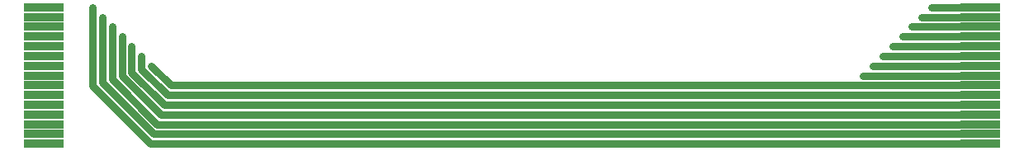
<source format=gbr>
%TF.GenerationSoftware,KiCad,Pcbnew,8.0.3*%
%TF.CreationDate,2024-11-15T18:21:39+09:00*%
%TF.ProjectId,FPC-MD-Main-002-20241115,4650432d-4d44-42d4-9d61-696e2d303032,rev?*%
%TF.SameCoordinates,Original*%
%TF.FileFunction,Copper,L1,Top*%
%TF.FilePolarity,Positive*%
%FSLAX46Y46*%
G04 Gerber Fmt 4.6, Leading zero omitted, Abs format (unit mm)*
G04 Created by KiCad (PCBNEW 8.0.3) date 2024-11-15 18:21:39*
%MOMM*%
%LPD*%
G01*
G04 APERTURE LIST*
G04 Aperture macros list*
%AMRoundRect*
0 Rectangle with rounded corners*
0 $1 Rounding radius*
0 $2 $3 $4 $5 $6 $7 $8 $9 X,Y pos of 4 corners*
0 Add a 4 corners polygon primitive as box body*
4,1,4,$2,$3,$4,$5,$6,$7,$8,$9,$2,$3,0*
0 Add four circle primitives for the rounded corners*
1,1,$1+$1,$2,$3*
1,1,$1+$1,$4,$5*
1,1,$1+$1,$6,$7*
1,1,$1+$1,$8,$9*
0 Add four rect primitives between the rounded corners*
20,1,$1+$1,$2,$3,$4,$5,0*
20,1,$1+$1,$4,$5,$6,$7,0*
20,1,$1+$1,$6,$7,$8,$9,0*
20,1,$1+$1,$8,$9,$2,$3,0*%
G04 Aperture macros list end*
%TA.AperFunction,SMDPad,CuDef*%
%ADD10RoundRect,0.000000X-2.000000X0.350000X-2.000000X-0.350000X2.000000X-0.350000X2.000000X0.350000X0*%
%TD*%
%TA.AperFunction,SMDPad,CuDef*%
%ADD11RoundRect,0.000000X2.000000X-0.350000X2.000000X0.350000X-2.000000X0.350000X-2.000000X-0.350000X0*%
%TD*%
%TA.AperFunction,ViaPad*%
%ADD12C,0.600000*%
%TD*%
%TA.AperFunction,Conductor*%
%ADD13C,0.750000*%
%TD*%
G04 APERTURE END LIST*
D10*
%TO.P,J2,1,Pin_1*%
%TO.N,Net-(J1-Pin_1)*%
X96000000Y7000000D03*
%TO.P,J2,2,Pin_2*%
%TO.N,Net-(J1-Pin_2)*%
X96000000Y6000000D03*
%TO.P,J2,3,Pin_3*%
%TO.N,Net-(J1-Pin_3)*%
X96000000Y5000000D03*
%TO.P,J2,4,Pin_4*%
%TO.N,Net-(J1-Pin_4)*%
X96000000Y4000000D03*
%TO.P,J2,5,Pin_5*%
%TO.N,Net-(J1-Pin_5)*%
X96000000Y3000000D03*
%TO.P,J2,6,Pin_6*%
%TO.N,Net-(J1-Pin_6)*%
X96000000Y2000000D03*
%TO.P,J2,7,Pin_7*%
%TO.N,Net-(J1-Pin_7)*%
X96000000Y1000000D03*
%TO.P,J2,8,Pin_8*%
%TO.N,Net-(J1-Pin_8)*%
X96000000Y0D03*
%TO.P,J2,9,Pin_9*%
%TO.N,Net-(J1-Pin_9)*%
X96000000Y-1000000D03*
%TO.P,J2,10,Pin_10*%
%TO.N,Net-(J1-Pin_10)*%
X96000000Y-2000000D03*
%TO.P,J2,11,Pin_11*%
%TO.N,Net-(J1-Pin_11)*%
X96000000Y-3000000D03*
%TO.P,J2,12,Pin_12*%
%TO.N,Net-(J1-Pin_12)*%
X96000000Y-4000000D03*
%TO.P,J2,13,Pin_13*%
%TO.N,Net-(J1-Pin_13)*%
X96000000Y-5000000D03*
%TO.P,J2,14,Pin_14*%
%TO.N,Net-(J1-Pin_14)*%
X96000000Y-6000000D03*
%TO.P,J2,15,Pin_15*%
%TO.N,Net-(J1-Pin_15)*%
X96000000Y-7000000D03*
%TD*%
D11*
%TO.P,J1,1,Pin_1*%
%TO.N,Net-(J1-Pin_1)*%
X0Y-7000000D03*
%TO.P,J1,2,Pin_2*%
%TO.N,Net-(J1-Pin_2)*%
X0Y-6000000D03*
%TO.P,J1,3,Pin_3*%
%TO.N,Net-(J1-Pin_3)*%
X0Y-5000000D03*
%TO.P,J1,4,Pin_4*%
%TO.N,Net-(J1-Pin_4)*%
X0Y-4000000D03*
%TO.P,J1,5,Pin_5*%
%TO.N,Net-(J1-Pin_5)*%
X0Y-3000000D03*
%TO.P,J1,6,Pin_6*%
%TO.N,Net-(J1-Pin_6)*%
X0Y-2000000D03*
%TO.P,J1,7,Pin_7*%
%TO.N,Net-(J1-Pin_7)*%
X0Y-1000000D03*
%TO.P,J1,8,Pin_8*%
%TO.N,Net-(J1-Pin_8)*%
X0Y0D03*
%TO.P,J1,9,Pin_9*%
%TO.N,Net-(J1-Pin_9)*%
X0Y1000000D03*
%TO.P,J1,10,Pin_10*%
%TO.N,Net-(J1-Pin_10)*%
X0Y2000000D03*
%TO.P,J1,11,Pin_11*%
%TO.N,Net-(J1-Pin_11)*%
X0Y3000000D03*
%TO.P,J1,12,Pin_12*%
%TO.N,Net-(J1-Pin_12)*%
X0Y4000000D03*
%TO.P,J1,13,Pin_13*%
%TO.N,Net-(J1-Pin_13)*%
X0Y5000000D03*
%TO.P,J1,14,Pin_14*%
%TO.N,Net-(J1-Pin_14)*%
X0Y6000000D03*
%TO.P,J1,15,Pin_15*%
%TO.N,Net-(J1-Pin_15)*%
X0Y7000000D03*
%TD*%
D12*
%TO.N,Net-(J1-Pin_8)*%
X0Y0D03*
%TO.N,Net-(J1-Pin_7)*%
X0Y-1000000D03*
%TO.N,Net-(J1-Pin_6)*%
X0Y-2000000D03*
%TO.N,Net-(J1-Pin_5)*%
X0Y-3000000D03*
%TO.N,Net-(J1-Pin_4)*%
X0Y-4000000D03*
%TO.N,Net-(J1-Pin_3)*%
X0Y-5000000D03*
%TO.N,Net-(J1-Pin_8)*%
X84000000Y0D03*
%TO.N,Net-(J1-Pin_7)*%
X85000000Y1000000D03*
%TO.N,Net-(J1-Pin_6)*%
X86000000Y2000000D03*
%TO.N,Net-(J1-Pin_5)*%
X87000000Y3000000D03*
%TO.N,Net-(J1-Pin_4)*%
X88000000Y4000000D03*
%TO.N,Net-(J1-Pin_3)*%
X89000000Y5000000D03*
%TO.N,Net-(J1-Pin_15)*%
X5000000Y7000000D03*
%TO.N,Net-(J1-Pin_14)*%
X6000000Y6000000D03*
%TO.N,Net-(J1-Pin_13)*%
X7000000Y5000000D03*
%TO.N,Net-(J1-Pin_12)*%
X8000000Y4000000D03*
%TO.N,Net-(J1-Pin_11)*%
X9000000Y3000000D03*
%TO.N,Net-(J1-Pin_10)*%
X10000000Y2000000D03*
%TO.N,Net-(J1-Pin_9)*%
X11000000Y1000000D03*
%TO.N,Net-(J1-Pin_1)*%
X0Y-7000000D03*
%TO.N,Net-(J1-Pin_2)*%
X0Y-6000000D03*
%TO.N,Net-(J1-Pin_9)*%
X0Y1000000D03*
%TO.N,Net-(J1-Pin_10)*%
X0Y2000000D03*
%TO.N,Net-(J1-Pin_11)*%
X0Y3000000D03*
%TO.N,Net-(J1-Pin_12)*%
X0Y4000000D03*
%TO.N,Net-(J1-Pin_13)*%
X0Y5000000D03*
%TO.N,Net-(J1-Pin_14)*%
X0Y6000000D03*
%TO.N,Net-(J1-Pin_15)*%
X0Y7000000D03*
X96000000Y-7000000D03*
%TO.N,Net-(J1-Pin_14)*%
X96000000Y-6000000D03*
%TO.N,Net-(J1-Pin_13)*%
X96000000Y-5000000D03*
%TO.N,Net-(J1-Pin_12)*%
X96000000Y-4000000D03*
%TO.N,Net-(J1-Pin_11)*%
X96000000Y-3000000D03*
%TO.N,Net-(J1-Pin_10)*%
X96000000Y-2000000D03*
%TO.N,Net-(J1-Pin_9)*%
X96000000Y-1000000D03*
%TO.N,Net-(J1-Pin_8)*%
X96000000Y0D03*
%TO.N,Net-(J1-Pin_7)*%
X96000000Y1000000D03*
%TO.N,Net-(J1-Pin_6)*%
X96000000Y2000000D03*
%TO.N,Net-(J1-Pin_5)*%
X96000000Y3000000D03*
%TO.N,Net-(J1-Pin_4)*%
X96000000Y4000000D03*
%TO.N,Net-(J1-Pin_3)*%
X96000000Y5000000D03*
%TO.N,Net-(J1-Pin_2)*%
X96000000Y6000000D03*
%TO.N,Net-(J1-Pin_1)*%
X96000000Y7000000D03*
X91000000Y7000000D03*
%TO.N,Net-(J1-Pin_2)*%
X90000000Y6000000D03*
%TD*%
D13*
%TO.N,Net-(J1-Pin_15)*%
X10938986Y-7000000D02*
X96000000Y-7000000D01*
X5000000Y-1061014D02*
X10938986Y-7000000D01*
X5000000Y7000000D02*
X5000000Y-1061014D01*
%TO.N,Net-(J1-Pin_14)*%
X6000000Y-717511D02*
X11282489Y-6000000D01*
X6000000Y6000000D02*
X6000000Y-717511D01*
X11282489Y-6000000D02*
X96000000Y-6000000D01*
%TO.N,Net-(J1-Pin_13)*%
X11625991Y-5000000D02*
X96000000Y-5000000D01*
X7000000Y5000000D02*
X7000000Y-374009D01*
X7000000Y-374009D02*
X11625991Y-5000000D01*
%TO.N,Net-(J1-Pin_12)*%
X8000000Y-30507D02*
X11969493Y-4000000D01*
X8000000Y4000000D02*
X8000000Y-30507D01*
X11969493Y-4000000D02*
X96000000Y-4000000D01*
%TO.N,Net-(J1-Pin_11)*%
X12312995Y-3000000D02*
X96000000Y-3000000D01*
X9000000Y312995D02*
X12312995Y-3000000D01*
X9000000Y3000000D02*
X9000000Y312995D01*
%TO.N,Net-(J1-Pin_10)*%
X12656497Y-2000000D02*
X96000000Y-2000000D01*
X10000000Y656497D02*
X12656497Y-2000000D01*
X10000000Y2000000D02*
X10000000Y656497D01*
%TO.N,Net-(J1-Pin_8)*%
X96000000Y0D02*
X84000000Y0D01*
%TO.N,Net-(J1-Pin_1)*%
X96000000Y7000000D02*
X91000000Y7000000D01*
%TO.N,Net-(J1-Pin_2)*%
X96000000Y6000000D02*
X90000000Y6000000D01*
%TO.N,Net-(J1-Pin_3)*%
X96000000Y5000000D02*
X89000000Y5000000D01*
%TO.N,Net-(J1-Pin_4)*%
X96000000Y4000000D02*
X88000000Y4000000D01*
%TO.N,Net-(J1-Pin_5)*%
X96000000Y3000000D02*
X87000000Y3000000D01*
%TO.N,Net-(J1-Pin_6)*%
X96000000Y2000000D02*
X86000000Y2000000D01*
%TO.N,Net-(J1-Pin_7)*%
X96000000Y1000000D02*
X85000000Y1000000D01*
%TO.N,Net-(J1-Pin_9)*%
X13000000Y-1000000D02*
X96000000Y-1000000D01*
X11000000Y1000000D02*
X13000000Y-1000000D01*
%TD*%
M02*

</source>
